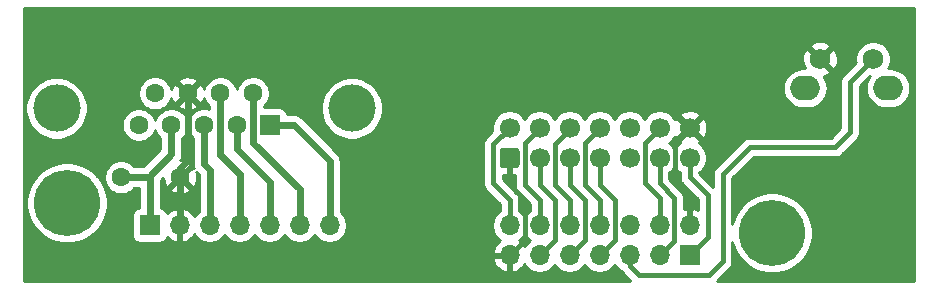
<source format=gbl>
%TF.GenerationSoftware,KiCad,Pcbnew,(5.1.12)-1*%
%TF.CreationDate,2023-01-17T22:16:04+01:00*%
%TF.ProjectId,Connectors,436f6e6e-6563-4746-9f72-732e6b696361,rev?*%
%TF.SameCoordinates,PX7065700PY5b33698*%
%TF.FileFunction,Copper,L2,Bot*%
%TF.FilePolarity,Positive*%
%FSLAX46Y46*%
G04 Gerber Fmt 4.6, Leading zero omitted, Abs format (unit mm)*
G04 Created by KiCad (PCBNEW (5.1.12)-1) date 2023-01-17 22:16:04*
%MOMM*%
%LPD*%
G01*
G04 APERTURE LIST*
%TA.AperFunction,ComponentPad*%
%ADD10O,2.500000X2.100000*%
%TD*%
%TA.AperFunction,ComponentPad*%
%ADD11C,1.750000*%
%TD*%
%TA.AperFunction,ComponentPad*%
%ADD12C,1.600000*%
%TD*%
%TA.AperFunction,ComponentPad*%
%ADD13C,4.000000*%
%TD*%
%TA.AperFunction,ComponentPad*%
%ADD14R,1.700000X1.700000*%
%TD*%
%TA.AperFunction,ComponentPad*%
%ADD15C,1.700000*%
%TD*%
%TA.AperFunction,ComponentPad*%
%ADD16O,1.700000X1.700000*%
%TD*%
%TA.AperFunction,ComponentPad*%
%ADD17C,5.600000*%
%TD*%
%TA.AperFunction,Conductor*%
%ADD18C,0.400000*%
%TD*%
%TA.AperFunction,Conductor*%
%ADD19C,0.600000*%
%TD*%
%TA.AperFunction,Conductor*%
%ADD20C,0.500000*%
%TD*%
%TA.AperFunction,Conductor*%
%ADD21C,0.254000*%
%TD*%
%TA.AperFunction,Conductor*%
%ADD22C,0.100000*%
%TD*%
G04 APERTURE END LIST*
D10*
%TO.P,SW1,*%
%TO.N,*%
X66822000Y16941000D03*
D11*
%TO.P,SW1,1*%
%TO.N,GND*%
X68072000Y19431000D03*
%TO.P,SW1,2*%
%TO.N,Net-(J13-Pad5)*%
X72572000Y19431000D03*
D10*
%TO.P,SW1,*%
%TO.N,*%
X73832000Y16941000D03*
%TD*%
D12*
%TO.P,C1,2*%
%TO.N,GND*%
X13890000Y9398000D03*
%TO.P,C1,1*%
%TO.N,VCC*%
X8890000Y9398000D03*
%TD*%
D13*
%TO.P,J15,0*%
%TO.N,N/C*%
X3429000Y15240000D03*
X28423000Y15240000D03*
D12*
%TO.P,J15,9*%
%TO.N,Net-(J15-Pad9)*%
X11768000Y16510000D03*
%TO.P,J15,8*%
%TO.N,GND*%
X14538000Y16510000D03*
%TO.P,J15,7*%
%TO.N,Net-(J14-Pad4)*%
X17308000Y16510000D03*
%TO.P,J15,6*%
%TO.N,Net-(J14-Pad6)*%
X20078000Y16510000D03*
%TO.P,J15,5*%
%TO.N,Net-(J15-Pad5)*%
X10383000Y13843000D03*
%TO.P,J15,4*%
%TO.N,VCC*%
X13153000Y13843000D03*
%TO.P,J15,3*%
%TO.N,Net-(J14-Pad3)*%
X15923000Y13843000D03*
%TO.P,J15,2*%
%TO.N,Net-(J14-Pad5)*%
X18693000Y13843000D03*
D14*
%TO.P,J15,1*%
%TO.N,Net-(J14-Pad7)*%
X21463000Y13843000D03*
%TD*%
D15*
%TO.P,J16,14*%
%TO.N,GND*%
X57023000Y13589000D03*
%TO.P,J16,12*%
%TO.N,Net-(J13-Pad4)*%
X54483000Y13589000D03*
%TO.P,J16,10*%
%TO.N,Net-(J16-Pad10)*%
X51943000Y13589000D03*
%TO.P,J16,8*%
%TO.N,Net-(J13-Pad8)*%
X49403000Y13589000D03*
%TO.P,J16,6*%
%TO.N,Net-(J13-Pad10)*%
X46863000Y13589000D03*
%TO.P,J16,4*%
%TO.N,Net-(J13-Pad12)*%
X44323000Y13589000D03*
%TO.P,J16,2*%
%TO.N,Net-(J13-Pad14)*%
X41783000Y13589000D03*
%TO.P,J16,13*%
%TO.N,Net-(J13-Pad1)*%
X57023000Y11049000D03*
%TO.P,J16,11*%
%TO.N,Net-(J13-Pad3)*%
X54483000Y11049000D03*
%TO.P,J16,9*%
%TO.N,Net-(J16-Pad9)*%
X51943000Y11049000D03*
%TO.P,J16,7*%
%TO.N,Net-(J13-Pad7)*%
X49403000Y11049000D03*
%TO.P,J16,5*%
%TO.N,Net-(J13-Pad9)*%
X46863000Y11049000D03*
%TO.P,J16,3*%
%TO.N,Net-(J13-Pad11)*%
X44323000Y11049000D03*
%TO.P,J16,1*%
%TO.N,GND*%
%TA.AperFunction,ComponentPad*%
G36*
G01*
X42383000Y10199000D02*
X41183000Y10199000D01*
G75*
G02*
X40933000Y10449000I0J250000D01*
G01*
X40933000Y11649000D01*
G75*
G02*
X41183000Y11899000I250000J0D01*
G01*
X42383000Y11899000D01*
G75*
G02*
X42633000Y11649000I0J-250000D01*
G01*
X42633000Y10449000D01*
G75*
G02*
X42383000Y10199000I-250000J0D01*
G01*
G37*
%TD.AperFunction*%
%TD*%
D16*
%TO.P,J14,7*%
%TO.N,Net-(J14-Pad7)*%
X26543000Y5334000D03*
%TO.P,J14,6*%
%TO.N,Net-(J14-Pad6)*%
X24003000Y5334000D03*
%TO.P,J14,5*%
%TO.N,Net-(J14-Pad5)*%
X21463000Y5334000D03*
%TO.P,J14,4*%
%TO.N,Net-(J14-Pad4)*%
X18923000Y5334000D03*
%TO.P,J14,3*%
%TO.N,Net-(J14-Pad3)*%
X16383000Y5334000D03*
%TO.P,J14,2*%
%TO.N,GND*%
X13843000Y5334000D03*
D14*
%TO.P,J14,1*%
%TO.N,VCC*%
X11303000Y5334000D03*
%TD*%
D16*
%TO.P,J13,14*%
%TO.N,Net-(J13-Pad14)*%
X41783000Y5334000D03*
%TO.P,J13,13*%
%TO.N,GND*%
X41783000Y2794000D03*
%TO.P,J13,12*%
%TO.N,Net-(J13-Pad12)*%
X44323000Y5334000D03*
%TO.P,J13,11*%
%TO.N,Net-(J13-Pad11)*%
X44323000Y2794000D03*
%TO.P,J13,10*%
%TO.N,Net-(J13-Pad10)*%
X46863000Y5334000D03*
%TO.P,J13,9*%
%TO.N,Net-(J13-Pad9)*%
X46863000Y2794000D03*
%TO.P,J13,8*%
%TO.N,Net-(J13-Pad8)*%
X49403000Y5334000D03*
%TO.P,J13,7*%
%TO.N,Net-(J13-Pad7)*%
X49403000Y2794000D03*
%TO.P,J13,6*%
%TO.N,Net-(J13-Pad6)*%
X51943000Y5334000D03*
%TO.P,J13,5*%
%TO.N,Net-(J13-Pad5)*%
X51943000Y2794000D03*
%TO.P,J13,4*%
%TO.N,Net-(J13-Pad4)*%
X54483000Y5334000D03*
%TO.P,J13,3*%
%TO.N,Net-(J13-Pad3)*%
X54483000Y2794000D03*
%TO.P,J13,2*%
%TO.N,GND*%
X57023000Y5334000D03*
D14*
%TO.P,J13,1*%
%TO.N,Net-(J13-Pad1)*%
X57023000Y2794000D03*
%TD*%
D17*
%TO.P,H2,1*%
%TO.N,N/C*%
X64008000Y4699000D03*
%TD*%
%TO.P,H1,1*%
%TO.N,N/C*%
X4318000Y7239000D03*
%TD*%
D18*
%TO.N,Net-(J13-Pad14)*%
X41783000Y7493000D02*
X41783000Y5334000D01*
X40386000Y8890000D02*
X41783000Y7493000D01*
X40386000Y12192000D02*
X40386000Y8890000D01*
X41783000Y13589000D02*
X40386000Y12192000D01*
%TO.N,Net-(J13-Pad12)*%
X44323000Y7493000D02*
X44323000Y5334000D01*
X43053000Y8763000D02*
X44323000Y7493000D01*
X43053000Y12319000D02*
X43053000Y8763000D01*
X44323000Y13589000D02*
X43053000Y12319000D01*
%TO.N,Net-(J13-Pad11)*%
X45593000Y4064000D02*
X44323000Y2794000D01*
X45593000Y7493000D02*
X45593000Y4064000D01*
X44323000Y8763000D02*
X45593000Y7493000D01*
X44323000Y11049000D02*
X44323000Y8763000D01*
%TO.N,Net-(J13-Pad10)*%
X46863000Y7493000D02*
X46863000Y5334000D01*
X45593000Y8763000D02*
X46863000Y7493000D01*
X45593000Y12192000D02*
X45593000Y8763000D01*
X46863000Y13462000D02*
X45593000Y12192000D01*
X46863000Y13589000D02*
X46863000Y13462000D01*
%TO.N,Net-(J13-Pad9)*%
X48133000Y4064000D02*
X46863000Y2794000D01*
X48133000Y7493000D02*
X48133000Y4064000D01*
X46863000Y8763000D02*
X48133000Y7493000D01*
X46863000Y11049000D02*
X46863000Y8763000D01*
%TO.N,Net-(J13-Pad8)*%
X49403000Y7493000D02*
X49403000Y5334000D01*
X48133000Y8763000D02*
X49403000Y7493000D01*
X48133000Y12319000D02*
X48133000Y8763000D01*
X49403000Y13589000D02*
X48133000Y12319000D01*
%TO.N,Net-(J13-Pad7)*%
X50673000Y4064000D02*
X49403000Y2794000D01*
X50673000Y7493000D02*
X50673000Y4064000D01*
X49403000Y8763000D02*
X50673000Y7493000D01*
X49403000Y11049000D02*
X49403000Y8763000D01*
%TO.N,Net-(J13-Pad5)*%
X51943000Y2794000D02*
X51943000Y1905000D01*
X51943000Y1905000D02*
X52705000Y1143000D01*
X52705000Y1143000D02*
X58674000Y1143000D01*
X58674000Y1143000D02*
X59817000Y2286000D01*
X59817000Y2286000D02*
X59817000Y9652000D01*
X59817000Y9652000D02*
X62103000Y11938000D01*
X62103000Y11938000D02*
X69342000Y11938000D01*
X69342000Y11938000D02*
X70612000Y13208000D01*
X70612000Y17471000D02*
X72572000Y19431000D01*
X70612000Y13208000D02*
X70612000Y17471000D01*
%TO.N,Net-(J13-Pad4)*%
X54483000Y7620000D02*
X54483000Y5334000D01*
X53213000Y8890000D02*
X54483000Y7620000D01*
X53213000Y12319000D02*
X53213000Y8890000D01*
X54483000Y13589000D02*
X53213000Y12319000D01*
%TO.N,Net-(J13-Pad3)*%
X55733001Y4044001D02*
X54483000Y2794000D01*
X55733001Y7639999D02*
X55733001Y4044001D01*
X54483000Y8890000D02*
X55733001Y7639999D01*
X54483000Y11049000D02*
X54483000Y8890000D01*
%TO.N,Net-(J13-Pad1)*%
X57023000Y11049000D02*
X57023000Y9398000D01*
X57023000Y9398000D02*
X58547000Y7874000D01*
X58547000Y4318000D02*
X57023000Y2794000D01*
X58547000Y7874000D02*
X58547000Y4318000D01*
D19*
%TO.N,Net-(J14-Pad7)*%
X21463000Y13843000D02*
X23495000Y13843000D01*
X26543000Y10795000D02*
X26543000Y5334000D01*
X23495000Y13843000D02*
X26543000Y10795000D01*
%TO.N,Net-(J14-Pad6)*%
X20078000Y16510000D02*
X20078000Y12307000D01*
X24003000Y8382000D02*
X24003000Y5334000D01*
X20078000Y12307000D02*
X24003000Y8382000D01*
%TO.N,Net-(J14-Pad5)*%
X18693000Y13843000D02*
X18693000Y11787000D01*
X21463000Y9017000D02*
X21463000Y5334000D01*
X18693000Y11787000D02*
X21463000Y9017000D01*
%TO.N,Net-(J14-Pad4)*%
X18923000Y9652000D02*
X18923000Y5334000D01*
X17308000Y11267000D02*
X18923000Y9652000D01*
X17308000Y16510000D02*
X17308000Y11267000D01*
%TO.N,Net-(J14-Pad3)*%
X16383000Y5334000D02*
X16383000Y10033000D01*
X15923000Y10493000D02*
X15923000Y13843000D01*
X16383000Y10033000D02*
X15923000Y10493000D01*
D20*
%TO.N,GND*%
X42037000Y2667000D02*
X42037000Y2921000D01*
D18*
X41783000Y11049000D02*
X41783000Y8763000D01*
X41783000Y8763000D02*
X43053000Y7493000D01*
X43053000Y4064000D02*
X41783000Y2794000D01*
X43053000Y7493000D02*
X43053000Y4064000D01*
X57023000Y7620000D02*
X57023000Y5334000D01*
X55753000Y8890000D02*
X57023000Y7620000D01*
X55753000Y12319000D02*
X55753000Y8890000D01*
X57023000Y13589000D02*
X55753000Y12319000D01*
D19*
X14538000Y16510000D02*
X14538000Y10855000D01*
X13843000Y10160000D02*
X13843000Y5334000D01*
X14538000Y10855000D02*
X13843000Y10160000D01*
%TO.N,VCC*%
X11176000Y9398000D02*
X11303000Y9525000D01*
X8890000Y9398000D02*
X11176000Y9398000D01*
X11303000Y5334000D02*
X11303000Y9525000D01*
X13153000Y11375000D02*
X13153000Y13843000D01*
X11303000Y9525000D02*
X13153000Y11375000D01*
%TD*%
D21*
%TO.N,GND*%
X76048001Y660000D02*
X59371867Y660000D01*
X60378428Y1666560D01*
X60410291Y1692709D01*
X60514636Y1819854D01*
X60592172Y1964913D01*
X60639918Y2122311D01*
X60652000Y2244981D01*
X60652000Y2244982D01*
X60656040Y2285999D01*
X60652000Y2327018D01*
X60652000Y3963525D01*
X60705006Y3697048D01*
X60963943Y3071918D01*
X61339862Y2509315D01*
X61818315Y2030862D01*
X62380918Y1654943D01*
X63006048Y1396006D01*
X63669682Y1264000D01*
X64346318Y1264000D01*
X65009952Y1396006D01*
X65635082Y1654943D01*
X66197685Y2030862D01*
X66676138Y2509315D01*
X67052057Y3071918D01*
X67310994Y3697048D01*
X67443000Y4360682D01*
X67443000Y5037318D01*
X67310994Y5700952D01*
X67052057Y6326082D01*
X66676138Y6888685D01*
X66197685Y7367138D01*
X65635082Y7743057D01*
X65009952Y8001994D01*
X64346318Y8134000D01*
X63669682Y8134000D01*
X63006048Y8001994D01*
X62380918Y7743057D01*
X61818315Y7367138D01*
X61339862Y6888685D01*
X60963943Y6326082D01*
X60705006Y5700952D01*
X60652000Y5434475D01*
X60652000Y9306133D01*
X62448868Y11103000D01*
X69300982Y11103000D01*
X69342000Y11098960D01*
X69383018Y11103000D01*
X69383019Y11103000D01*
X69505689Y11115082D01*
X69663087Y11162828D01*
X69808146Y11240364D01*
X69935291Y11344709D01*
X69961446Y11376579D01*
X71173428Y12588560D01*
X71205291Y12614709D01*
X71309636Y12741854D01*
X71387172Y12886913D01*
X71434918Y13044311D01*
X71447000Y13166981D01*
X71447000Y13166983D01*
X71451040Y13207999D01*
X71447000Y13249015D01*
X71447000Y17125133D01*
X72272800Y17950932D01*
X72279885Y17949523D01*
X72224196Y17881665D01*
X72067732Y17588941D01*
X71971381Y17271318D01*
X71938848Y16941000D01*
X71971381Y16610682D01*
X72067732Y16293059D01*
X72224196Y16000335D01*
X72434761Y15743761D01*
X72691335Y15533196D01*
X72984059Y15376732D01*
X73301682Y15280381D01*
X73549230Y15256000D01*
X74114770Y15256000D01*
X74362318Y15280381D01*
X74679941Y15376732D01*
X74972665Y15533196D01*
X75229239Y15743761D01*
X75439804Y16000335D01*
X75596268Y16293059D01*
X75692619Y16610682D01*
X75725152Y16941000D01*
X75692619Y17271318D01*
X75596268Y17588941D01*
X75439804Y17881665D01*
X75229239Y18138239D01*
X74972665Y18348804D01*
X74679941Y18505268D01*
X74362318Y18601619D01*
X74114770Y18626000D01*
X73850177Y18626000D01*
X73910144Y18715747D01*
X74023971Y18990549D01*
X74082000Y19282278D01*
X74082000Y19579722D01*
X74023971Y19871451D01*
X73910144Y20146253D01*
X73744893Y20393569D01*
X73534569Y20603893D01*
X73287253Y20769144D01*
X73012451Y20882971D01*
X72720722Y20941000D01*
X72423278Y20941000D01*
X72131549Y20882971D01*
X71856747Y20769144D01*
X71609431Y20603893D01*
X71399107Y20393569D01*
X71233856Y20146253D01*
X71120029Y19871451D01*
X71062000Y19579722D01*
X71062000Y19282278D01*
X71091932Y19131800D01*
X70050574Y18090441D01*
X70018710Y18064291D01*
X69937907Y17965832D01*
X69914364Y17937145D01*
X69836828Y17792086D01*
X69789082Y17634688D01*
X69772960Y17471000D01*
X69777001Y17429972D01*
X69777000Y13553868D01*
X68996133Y12773000D01*
X62144018Y12773000D01*
X62102999Y12777040D01*
X62061981Y12773000D01*
X61939311Y12760918D01*
X61781913Y12713172D01*
X61636854Y12635636D01*
X61509709Y12531291D01*
X61483561Y12499429D01*
X59255574Y10271441D01*
X59223710Y10245291D01*
X59197562Y10213429D01*
X59119364Y10118145D01*
X59041828Y9973086D01*
X58994082Y9815688D01*
X58977960Y9652000D01*
X58982001Y9610972D01*
X58982001Y8619867D01*
X57858000Y9743867D01*
X57858000Y9820935D01*
X57969632Y9895525D01*
X58176475Y10102368D01*
X58338990Y10345589D01*
X58450932Y10615842D01*
X58508000Y10902740D01*
X58508000Y11195260D01*
X58450932Y11482158D01*
X58338990Y11752411D01*
X58176475Y11995632D01*
X57969632Y12202475D01*
X57796271Y12318311D01*
X57871792Y12560603D01*
X57023000Y13409395D01*
X56174208Y12560603D01*
X56249729Y12318311D01*
X56076368Y12202475D01*
X55869525Y11995632D01*
X55753000Y11821240D01*
X55636475Y11995632D01*
X55429632Y12202475D01*
X55255240Y12319000D01*
X55429632Y12435525D01*
X55636475Y12642368D01*
X55752311Y12815729D01*
X55994603Y12740208D01*
X56843395Y13589000D01*
X57202605Y13589000D01*
X58051397Y12740208D01*
X58300472Y12817843D01*
X58426371Y13081883D01*
X58498339Y13365411D01*
X58513611Y13657531D01*
X58471599Y13947019D01*
X58373919Y14222747D01*
X58300472Y14360157D01*
X58051397Y14437792D01*
X57202605Y13589000D01*
X56843395Y13589000D01*
X55994603Y14437792D01*
X55752311Y14362271D01*
X55636475Y14535632D01*
X55554710Y14617397D01*
X56174208Y14617397D01*
X57023000Y13768605D01*
X57871792Y14617397D01*
X57794157Y14866472D01*
X57530117Y14992371D01*
X57246589Y15064339D01*
X56954469Y15079611D01*
X56664981Y15037599D01*
X56389253Y14939919D01*
X56251843Y14866472D01*
X56174208Y14617397D01*
X55554710Y14617397D01*
X55429632Y14742475D01*
X55186411Y14904990D01*
X54916158Y15016932D01*
X54629260Y15074000D01*
X54336740Y15074000D01*
X54049842Y15016932D01*
X53779589Y14904990D01*
X53536368Y14742475D01*
X53329525Y14535632D01*
X53213000Y14361240D01*
X53096475Y14535632D01*
X52889632Y14742475D01*
X52646411Y14904990D01*
X52376158Y15016932D01*
X52089260Y15074000D01*
X51796740Y15074000D01*
X51509842Y15016932D01*
X51239589Y14904990D01*
X50996368Y14742475D01*
X50789525Y14535632D01*
X50673000Y14361240D01*
X50556475Y14535632D01*
X50349632Y14742475D01*
X50106411Y14904990D01*
X49836158Y15016932D01*
X49549260Y15074000D01*
X49256740Y15074000D01*
X48969842Y15016932D01*
X48699589Y14904990D01*
X48456368Y14742475D01*
X48249525Y14535632D01*
X48133000Y14361240D01*
X48016475Y14535632D01*
X47809632Y14742475D01*
X47566411Y14904990D01*
X47296158Y15016932D01*
X47009260Y15074000D01*
X46716740Y15074000D01*
X46429842Y15016932D01*
X46159589Y14904990D01*
X45916368Y14742475D01*
X45709525Y14535632D01*
X45593000Y14361240D01*
X45476475Y14535632D01*
X45269632Y14742475D01*
X45026411Y14904990D01*
X44756158Y15016932D01*
X44469260Y15074000D01*
X44176740Y15074000D01*
X43889842Y15016932D01*
X43619589Y14904990D01*
X43376368Y14742475D01*
X43169525Y14535632D01*
X43053000Y14361240D01*
X42936475Y14535632D01*
X42729632Y14742475D01*
X42486411Y14904990D01*
X42216158Y15016932D01*
X41929260Y15074000D01*
X41636740Y15074000D01*
X41349842Y15016932D01*
X41079589Y14904990D01*
X40836368Y14742475D01*
X40629525Y14535632D01*
X40467010Y14292411D01*
X40355068Y14022158D01*
X40298000Y13735260D01*
X40298000Y13442740D01*
X40324193Y13311060D01*
X39824579Y12811446D01*
X39792709Y12785291D01*
X39695254Y12666540D01*
X39688364Y12658145D01*
X39610828Y12513086D01*
X39563082Y12355688D01*
X39546960Y12192000D01*
X39551000Y12150981D01*
X39551001Y8931028D01*
X39546960Y8890000D01*
X39563082Y8726312D01*
X39610828Y8568914D01*
X39688364Y8423855D01*
X39688365Y8423854D01*
X39792710Y8296709D01*
X39824574Y8270559D01*
X40948000Y7147132D01*
X40948000Y6562065D01*
X40836368Y6487475D01*
X40629525Y6280632D01*
X40467010Y6037411D01*
X40355068Y5767158D01*
X40298000Y5480260D01*
X40298000Y5187740D01*
X40355068Y4900842D01*
X40467010Y4630589D01*
X40629525Y4387368D01*
X40836368Y4180525D01*
X41012406Y4062900D01*
X40782731Y3891588D01*
X40587822Y3675355D01*
X40438843Y3425252D01*
X40341519Y3150891D01*
X40462186Y2921000D01*
X41656000Y2921000D01*
X41656000Y2941000D01*
X41910000Y2941000D01*
X41910000Y2921000D01*
X41930000Y2921000D01*
X41930000Y2667000D01*
X41910000Y2667000D01*
X41910000Y1473845D01*
X42139890Y1352524D01*
X42287099Y1397175D01*
X42549920Y1522359D01*
X42783269Y1696412D01*
X42978178Y1912645D01*
X43047805Y2029534D01*
X43169525Y1847368D01*
X43376368Y1640525D01*
X43619589Y1478010D01*
X43889842Y1366068D01*
X44176740Y1309000D01*
X44469260Y1309000D01*
X44756158Y1366068D01*
X45026411Y1478010D01*
X45269632Y1640525D01*
X45476475Y1847368D01*
X45593000Y2021760D01*
X45709525Y1847368D01*
X45916368Y1640525D01*
X46159589Y1478010D01*
X46429842Y1366068D01*
X46716740Y1309000D01*
X47009260Y1309000D01*
X47296158Y1366068D01*
X47566411Y1478010D01*
X47809632Y1640525D01*
X48016475Y1847368D01*
X48133000Y2021760D01*
X48249525Y1847368D01*
X48456368Y1640525D01*
X48699589Y1478010D01*
X48969842Y1366068D01*
X49256740Y1309000D01*
X49549260Y1309000D01*
X49836158Y1366068D01*
X50106411Y1478010D01*
X50349632Y1640525D01*
X50556475Y1847368D01*
X50673000Y2021760D01*
X50789525Y1847368D01*
X50996368Y1640525D01*
X51216016Y1493761D01*
X51241032Y1446960D01*
X51245365Y1438854D01*
X51349710Y1311709D01*
X51381574Y1285559D01*
X52007131Y660000D01*
X660000Y660000D01*
X660000Y2437109D01*
X40341519Y2437109D01*
X40438843Y2162748D01*
X40587822Y1912645D01*
X40782731Y1696412D01*
X41016080Y1522359D01*
X41278901Y1397175D01*
X41426110Y1352524D01*
X41656000Y1473845D01*
X41656000Y2667000D01*
X40462186Y2667000D01*
X40341519Y2437109D01*
X660000Y2437109D01*
X660000Y7577318D01*
X883000Y7577318D01*
X883000Y6900682D01*
X1015006Y6237048D01*
X1273943Y5611918D01*
X1649862Y5049315D01*
X2128315Y4570862D01*
X2690918Y4194943D01*
X3316048Y3936006D01*
X3979682Y3804000D01*
X4656318Y3804000D01*
X5319952Y3936006D01*
X5945082Y4194943D01*
X6507685Y4570862D01*
X6986138Y5049315D01*
X7362057Y5611918D01*
X7620994Y6237048D01*
X7753000Y6900682D01*
X7753000Y7577318D01*
X7620994Y8240952D01*
X7362057Y8866082D01*
X6986138Y9428685D01*
X6875488Y9539335D01*
X7455000Y9539335D01*
X7455000Y9256665D01*
X7510147Y8979426D01*
X7618320Y8718273D01*
X7775363Y8483241D01*
X7975241Y8283363D01*
X8210273Y8126320D01*
X8471426Y8018147D01*
X8748665Y7963000D01*
X9031335Y7963000D01*
X9308574Y8018147D01*
X9569727Y8126320D01*
X9804759Y8283363D01*
X9984396Y8463000D01*
X10368001Y8463000D01*
X10368000Y6813701D01*
X10328518Y6809812D01*
X10208820Y6773502D01*
X10098506Y6714537D01*
X10001815Y6635185D01*
X9922463Y6538494D01*
X9863498Y6428180D01*
X9827188Y6308482D01*
X9814928Y6184000D01*
X9814928Y4484000D01*
X9827188Y4359518D01*
X9863498Y4239820D01*
X9922463Y4129506D01*
X10001815Y4032815D01*
X10098506Y3953463D01*
X10208820Y3894498D01*
X10328518Y3858188D01*
X10453000Y3845928D01*
X12153000Y3845928D01*
X12277482Y3858188D01*
X12397180Y3894498D01*
X12507494Y3953463D01*
X12604185Y4032815D01*
X12683537Y4129506D01*
X12742502Y4239820D01*
X12766966Y4320466D01*
X12842731Y4236412D01*
X13076080Y4062359D01*
X13338901Y3937175D01*
X13486110Y3892524D01*
X13716000Y4013845D01*
X13716000Y5207000D01*
X13696000Y5207000D01*
X13696000Y5461000D01*
X13716000Y5461000D01*
X13716000Y6654155D01*
X13486110Y6775476D01*
X13338901Y6730825D01*
X13076080Y6605641D01*
X12842731Y6431588D01*
X12766966Y6347534D01*
X12742502Y6428180D01*
X12683537Y6538494D01*
X12604185Y6635185D01*
X12507494Y6714537D01*
X12397180Y6773502D01*
X12277482Y6809812D01*
X12238000Y6813701D01*
X12238000Y8405298D01*
X13076903Y8405298D01*
X13148486Y8161329D01*
X13403996Y8040429D01*
X13678184Y7971700D01*
X13960512Y7957783D01*
X14240130Y7999213D01*
X14506292Y8094397D01*
X14631514Y8161329D01*
X14703097Y8405298D01*
X13890000Y9218395D01*
X13076903Y8405298D01*
X12238000Y8405298D01*
X12238000Y9137711D01*
X12450924Y9350635D01*
X12449783Y9327488D01*
X12491213Y9047870D01*
X12586397Y8781708D01*
X12653329Y8656486D01*
X12897298Y8584903D01*
X13710395Y9398000D01*
X13696253Y9412142D01*
X13875858Y9591747D01*
X13890000Y9577605D01*
X14703097Y10390702D01*
X14631514Y10634671D01*
X14376004Y10755571D01*
X14101816Y10824300D01*
X13918044Y10833359D01*
X13934186Y10853028D01*
X14021007Y11015460D01*
X14064347Y11158334D01*
X14074471Y11191707D01*
X14092524Y11374999D01*
X14088000Y11420931D01*
X14088000Y12748604D01*
X14267637Y12928241D01*
X14424680Y13163273D01*
X14532853Y13424426D01*
X14538000Y13450301D01*
X14543147Y13424426D01*
X14651320Y13163273D01*
X14808363Y12928241D01*
X14988001Y12748603D01*
X14988000Y10538932D01*
X14983476Y10493000D01*
X14988000Y10447069D01*
X15001529Y10309709D01*
X15045974Y10163191D01*
X14882702Y10211097D01*
X14069605Y9398000D01*
X14882702Y8584903D01*
X15126671Y8656486D01*
X15247571Y8911996D01*
X15316300Y9186184D01*
X15330217Y9468512D01*
X15288787Y9748130D01*
X15260544Y9827107D01*
X15294341Y9799370D01*
X15448001Y9645710D01*
X15448000Y6495247D01*
X15436368Y6487475D01*
X15229525Y6280632D01*
X15107805Y6098466D01*
X15038178Y6215355D01*
X14843269Y6431588D01*
X14609920Y6605641D01*
X14347099Y6730825D01*
X14199890Y6775476D01*
X13970000Y6654155D01*
X13970000Y5461000D01*
X13990000Y5461000D01*
X13990000Y5207000D01*
X13970000Y5207000D01*
X13970000Y4013845D01*
X14199890Y3892524D01*
X14347099Y3937175D01*
X14609920Y4062359D01*
X14843269Y4236412D01*
X15038178Y4452645D01*
X15107805Y4569534D01*
X15229525Y4387368D01*
X15436368Y4180525D01*
X15679589Y4018010D01*
X15949842Y3906068D01*
X16236740Y3849000D01*
X16529260Y3849000D01*
X16816158Y3906068D01*
X17086411Y4018010D01*
X17329632Y4180525D01*
X17536475Y4387368D01*
X17653000Y4561760D01*
X17769525Y4387368D01*
X17976368Y4180525D01*
X18219589Y4018010D01*
X18489842Y3906068D01*
X18776740Y3849000D01*
X19069260Y3849000D01*
X19356158Y3906068D01*
X19626411Y4018010D01*
X19869632Y4180525D01*
X20076475Y4387368D01*
X20193000Y4561760D01*
X20309525Y4387368D01*
X20516368Y4180525D01*
X20759589Y4018010D01*
X21029842Y3906068D01*
X21316740Y3849000D01*
X21609260Y3849000D01*
X21896158Y3906068D01*
X22166411Y4018010D01*
X22409632Y4180525D01*
X22616475Y4387368D01*
X22733000Y4561760D01*
X22849525Y4387368D01*
X23056368Y4180525D01*
X23299589Y4018010D01*
X23569842Y3906068D01*
X23856740Y3849000D01*
X24149260Y3849000D01*
X24436158Y3906068D01*
X24706411Y4018010D01*
X24949632Y4180525D01*
X25156475Y4387368D01*
X25273000Y4561760D01*
X25389525Y4387368D01*
X25596368Y4180525D01*
X25839589Y4018010D01*
X26109842Y3906068D01*
X26396740Y3849000D01*
X26689260Y3849000D01*
X26976158Y3906068D01*
X27246411Y4018010D01*
X27489632Y4180525D01*
X27696475Y4387368D01*
X27858990Y4630589D01*
X27970932Y4900842D01*
X28028000Y5187740D01*
X28028000Y5480260D01*
X27970932Y5767158D01*
X27858990Y6037411D01*
X27696475Y6280632D01*
X27489632Y6487475D01*
X27478000Y6495247D01*
X27478000Y10749068D01*
X27482524Y10795000D01*
X27464471Y10978292D01*
X27456122Y11005814D01*
X27411007Y11154540D01*
X27324186Y11316972D01*
X27207344Y11459344D01*
X27171660Y11488629D01*
X24188630Y14471659D01*
X24159344Y14507344D01*
X24016972Y14624186D01*
X23854540Y14711007D01*
X23678292Y14764471D01*
X23540932Y14778000D01*
X23495000Y14782524D01*
X23449068Y14778000D01*
X22942701Y14778000D01*
X22938812Y14817482D01*
X22902502Y14937180D01*
X22843537Y15047494D01*
X22764185Y15144185D01*
X22667494Y15223537D01*
X22557180Y15282502D01*
X22437482Y15318812D01*
X22313000Y15331072D01*
X21013000Y15331072D01*
X21013000Y15415604D01*
X21096921Y15499525D01*
X25788000Y15499525D01*
X25788000Y14980475D01*
X25889261Y14471399D01*
X26087893Y13991859D01*
X26376262Y13560285D01*
X26743285Y13193262D01*
X27174859Y12904893D01*
X27654399Y12706261D01*
X28163475Y12605000D01*
X28682525Y12605000D01*
X29191601Y12706261D01*
X29671141Y12904893D01*
X30102715Y13193262D01*
X30469738Y13560285D01*
X30758107Y13991859D01*
X30956739Y14471399D01*
X31058000Y14980475D01*
X31058000Y15499525D01*
X30956739Y16008601D01*
X30758107Y16488141D01*
X30469738Y16919715D01*
X30448453Y16941000D01*
X64928848Y16941000D01*
X64961381Y16610682D01*
X65057732Y16293059D01*
X65214196Y16000335D01*
X65424761Y15743761D01*
X65681335Y15533196D01*
X65974059Y15376732D01*
X66291682Y15280381D01*
X66539230Y15256000D01*
X67104770Y15256000D01*
X67352318Y15280381D01*
X67669941Y15376732D01*
X67962665Y15533196D01*
X68219239Y15743761D01*
X68429804Y16000335D01*
X68586268Y16293059D01*
X68682619Y16610682D01*
X68715152Y16941000D01*
X68682619Y17271318D01*
X68586268Y17588941D01*
X68429804Y17881665D01*
X68374572Y17948966D01*
X68433963Y17957499D01*
X68714474Y18056428D01*
X68857975Y18133132D01*
X68938635Y18384760D01*
X68072000Y19251395D01*
X68057858Y19237252D01*
X67878253Y19416857D01*
X67892395Y19431000D01*
X68251605Y19431000D01*
X69118240Y18564365D01*
X69369868Y18645025D01*
X69498267Y18913329D01*
X69571855Y19201526D01*
X69587804Y19498543D01*
X69545501Y19792963D01*
X69446572Y20073474D01*
X69369868Y20216975D01*
X69118240Y20297635D01*
X68251605Y19431000D01*
X67892395Y19431000D01*
X67025760Y20297635D01*
X66774132Y20216975D01*
X66645733Y19948671D01*
X66572145Y19660474D01*
X66556196Y19363457D01*
X66598499Y19069037D01*
X66697428Y18788526D01*
X66774132Y18645025D01*
X66833483Y18626000D01*
X66539230Y18626000D01*
X66291682Y18601619D01*
X65974059Y18505268D01*
X65681335Y18348804D01*
X65424761Y18138239D01*
X65214196Y17881665D01*
X65057732Y17588941D01*
X64961381Y17271318D01*
X64928848Y16941000D01*
X30448453Y16941000D01*
X30102715Y17286738D01*
X29671141Y17575107D01*
X29191601Y17773739D01*
X28682525Y17875000D01*
X28163475Y17875000D01*
X27654399Y17773739D01*
X27174859Y17575107D01*
X26743285Y17286738D01*
X26376262Y16919715D01*
X26087893Y16488141D01*
X25889261Y16008601D01*
X25788000Y15499525D01*
X21096921Y15499525D01*
X21192637Y15595241D01*
X21349680Y15830273D01*
X21457853Y16091426D01*
X21513000Y16368665D01*
X21513000Y16651335D01*
X21457853Y16928574D01*
X21349680Y17189727D01*
X21192637Y17424759D01*
X20992759Y17624637D01*
X20757727Y17781680D01*
X20496574Y17889853D01*
X20219335Y17945000D01*
X19936665Y17945000D01*
X19659426Y17889853D01*
X19398273Y17781680D01*
X19163241Y17624637D01*
X18963363Y17424759D01*
X18806320Y17189727D01*
X18698147Y16928574D01*
X18693000Y16902699D01*
X18687853Y16928574D01*
X18579680Y17189727D01*
X18422637Y17424759D01*
X18222759Y17624637D01*
X17987727Y17781680D01*
X17726574Y17889853D01*
X17449335Y17945000D01*
X17166665Y17945000D01*
X16889426Y17889853D01*
X16628273Y17781680D01*
X16393241Y17624637D01*
X16193363Y17424759D01*
X16036320Y17189727D01*
X15928147Y16928574D01*
X15922487Y16900118D01*
X15841603Y17126292D01*
X15774671Y17251514D01*
X15530702Y17323097D01*
X14717605Y16510000D01*
X15530702Y15696903D01*
X15774671Y15768486D01*
X15895571Y16023996D01*
X15921212Y16126289D01*
X15928147Y16091426D01*
X16036320Y15830273D01*
X16193363Y15595241D01*
X16373000Y15415604D01*
X16373000Y15209836D01*
X16341574Y15222853D01*
X16064335Y15278000D01*
X15781665Y15278000D01*
X15504426Y15222853D01*
X15243273Y15114680D01*
X15008241Y14957637D01*
X14808363Y14757759D01*
X14651320Y14522727D01*
X14543147Y14261574D01*
X14538000Y14235699D01*
X14532853Y14261574D01*
X14424680Y14522727D01*
X14267637Y14757759D01*
X14067759Y14957637D01*
X13832727Y15114680D01*
X13571574Y15222853D01*
X13294335Y15278000D01*
X13011665Y15278000D01*
X12734426Y15222853D01*
X12473273Y15114680D01*
X12238241Y14957637D01*
X12038363Y14757759D01*
X11881320Y14522727D01*
X11773147Y14261574D01*
X11768000Y14235699D01*
X11762853Y14261574D01*
X11654680Y14522727D01*
X11497637Y14757759D01*
X11297759Y14957637D01*
X11062727Y15114680D01*
X10801574Y15222853D01*
X10524335Y15278000D01*
X10241665Y15278000D01*
X9964426Y15222853D01*
X9703273Y15114680D01*
X9468241Y14957637D01*
X9268363Y14757759D01*
X9111320Y14522727D01*
X9003147Y14261574D01*
X8948000Y13984335D01*
X8948000Y13701665D01*
X9003147Y13424426D01*
X9111320Y13163273D01*
X9268363Y12928241D01*
X9468241Y12728363D01*
X9703273Y12571320D01*
X9964426Y12463147D01*
X10241665Y12408000D01*
X10524335Y12408000D01*
X10801574Y12463147D01*
X11062727Y12571320D01*
X11297759Y12728363D01*
X11497637Y12928241D01*
X11654680Y13163273D01*
X11762853Y13424426D01*
X11768000Y13450301D01*
X11773147Y13424426D01*
X11881320Y13163273D01*
X12038363Y12928241D01*
X12218001Y12748603D01*
X12218000Y11762290D01*
X10788711Y10333000D01*
X9984396Y10333000D01*
X9804759Y10512637D01*
X9569727Y10669680D01*
X9308574Y10777853D01*
X9031335Y10833000D01*
X8748665Y10833000D01*
X8471426Y10777853D01*
X8210273Y10669680D01*
X7975241Y10512637D01*
X7775363Y10312759D01*
X7618320Y10077727D01*
X7510147Y9816574D01*
X7455000Y9539335D01*
X6875488Y9539335D01*
X6507685Y9907138D01*
X5945082Y10283057D01*
X5319952Y10541994D01*
X4656318Y10674000D01*
X3979682Y10674000D01*
X3316048Y10541994D01*
X2690918Y10283057D01*
X2128315Y9907138D01*
X1649862Y9428685D01*
X1273943Y8866082D01*
X1015006Y8240952D01*
X883000Y7577318D01*
X660000Y7577318D01*
X660000Y15499525D01*
X794000Y15499525D01*
X794000Y14980475D01*
X895261Y14471399D01*
X1093893Y13991859D01*
X1382262Y13560285D01*
X1749285Y13193262D01*
X2180859Y12904893D01*
X2660399Y12706261D01*
X3169475Y12605000D01*
X3688525Y12605000D01*
X4197601Y12706261D01*
X4677141Y12904893D01*
X5108715Y13193262D01*
X5475738Y13560285D01*
X5764107Y13991859D01*
X5962739Y14471399D01*
X6064000Y14980475D01*
X6064000Y15499525D01*
X5962739Y16008601D01*
X5764107Y16488141D01*
X5655065Y16651335D01*
X10333000Y16651335D01*
X10333000Y16368665D01*
X10388147Y16091426D01*
X10496320Y15830273D01*
X10653363Y15595241D01*
X10853241Y15395363D01*
X11088273Y15238320D01*
X11349426Y15130147D01*
X11626665Y15075000D01*
X11909335Y15075000D01*
X12186574Y15130147D01*
X12447727Y15238320D01*
X12682759Y15395363D01*
X12804694Y15517298D01*
X13724903Y15517298D01*
X13796486Y15273329D01*
X14051996Y15152429D01*
X14326184Y15083700D01*
X14608512Y15069783D01*
X14888130Y15111213D01*
X15154292Y15206397D01*
X15279514Y15273329D01*
X15351097Y15517298D01*
X14538000Y16330395D01*
X13724903Y15517298D01*
X12804694Y15517298D01*
X12882637Y15595241D01*
X13039680Y15830273D01*
X13147853Y16091426D01*
X13153513Y16119882D01*
X13234397Y15893708D01*
X13301329Y15768486D01*
X13545298Y15696903D01*
X14358395Y16510000D01*
X13545298Y17323097D01*
X13301329Y17251514D01*
X13180429Y16996004D01*
X13154788Y16893711D01*
X13147853Y16928574D01*
X13039680Y17189727D01*
X12882637Y17424759D01*
X12804694Y17502702D01*
X13724903Y17502702D01*
X14538000Y16689605D01*
X15351097Y17502702D01*
X15279514Y17746671D01*
X15024004Y17867571D01*
X14749816Y17936300D01*
X14467488Y17950217D01*
X14187870Y17908787D01*
X13921708Y17813603D01*
X13796486Y17746671D01*
X13724903Y17502702D01*
X12804694Y17502702D01*
X12682759Y17624637D01*
X12447727Y17781680D01*
X12186574Y17889853D01*
X11909335Y17945000D01*
X11626665Y17945000D01*
X11349426Y17889853D01*
X11088273Y17781680D01*
X10853241Y17624637D01*
X10653363Y17424759D01*
X10496320Y17189727D01*
X10388147Y16928574D01*
X10333000Y16651335D01*
X5655065Y16651335D01*
X5475738Y16919715D01*
X5108715Y17286738D01*
X4677141Y17575107D01*
X4197601Y17773739D01*
X3688525Y17875000D01*
X3169475Y17875000D01*
X2660399Y17773739D01*
X2180859Y17575107D01*
X1749285Y17286738D01*
X1382262Y16919715D01*
X1093893Y16488141D01*
X895261Y16008601D01*
X794000Y15499525D01*
X660000Y15499525D01*
X660000Y20477240D01*
X67205365Y20477240D01*
X68072000Y19610605D01*
X68938635Y20477240D01*
X68857975Y20728868D01*
X68589671Y20857267D01*
X68301474Y20930855D01*
X68004457Y20946804D01*
X67710037Y20904501D01*
X67429526Y20805572D01*
X67286025Y20728868D01*
X67205365Y20477240D01*
X660000Y20477240D01*
X660000Y23724000D01*
X76048000Y23724000D01*
X76048001Y660000D01*
%TA.AperFunction,Conductor*%
D22*
G36*
X76048001Y660000D02*
G01*
X59371867Y660000D01*
X60378428Y1666560D01*
X60410291Y1692709D01*
X60514636Y1819854D01*
X60592172Y1964913D01*
X60639918Y2122311D01*
X60652000Y2244981D01*
X60652000Y2244982D01*
X60656040Y2285999D01*
X60652000Y2327018D01*
X60652000Y3963525D01*
X60705006Y3697048D01*
X60963943Y3071918D01*
X61339862Y2509315D01*
X61818315Y2030862D01*
X62380918Y1654943D01*
X63006048Y1396006D01*
X63669682Y1264000D01*
X64346318Y1264000D01*
X65009952Y1396006D01*
X65635082Y1654943D01*
X66197685Y2030862D01*
X66676138Y2509315D01*
X67052057Y3071918D01*
X67310994Y3697048D01*
X67443000Y4360682D01*
X67443000Y5037318D01*
X67310994Y5700952D01*
X67052057Y6326082D01*
X66676138Y6888685D01*
X66197685Y7367138D01*
X65635082Y7743057D01*
X65009952Y8001994D01*
X64346318Y8134000D01*
X63669682Y8134000D01*
X63006048Y8001994D01*
X62380918Y7743057D01*
X61818315Y7367138D01*
X61339862Y6888685D01*
X60963943Y6326082D01*
X60705006Y5700952D01*
X60652000Y5434475D01*
X60652000Y9306133D01*
X62448868Y11103000D01*
X69300982Y11103000D01*
X69342000Y11098960D01*
X69383018Y11103000D01*
X69383019Y11103000D01*
X69505689Y11115082D01*
X69663087Y11162828D01*
X69808146Y11240364D01*
X69935291Y11344709D01*
X69961446Y11376579D01*
X71173428Y12588560D01*
X71205291Y12614709D01*
X71309636Y12741854D01*
X71387172Y12886913D01*
X71434918Y13044311D01*
X71447000Y13166981D01*
X71447000Y13166983D01*
X71451040Y13207999D01*
X71447000Y13249015D01*
X71447000Y17125133D01*
X72272800Y17950932D01*
X72279885Y17949523D01*
X72224196Y17881665D01*
X72067732Y17588941D01*
X71971381Y17271318D01*
X71938848Y16941000D01*
X71971381Y16610682D01*
X72067732Y16293059D01*
X72224196Y16000335D01*
X72434761Y15743761D01*
X72691335Y15533196D01*
X72984059Y15376732D01*
X73301682Y15280381D01*
X73549230Y15256000D01*
X74114770Y15256000D01*
X74362318Y15280381D01*
X74679941Y15376732D01*
X74972665Y15533196D01*
X75229239Y15743761D01*
X75439804Y16000335D01*
X75596268Y16293059D01*
X75692619Y16610682D01*
X75725152Y16941000D01*
X75692619Y17271318D01*
X75596268Y17588941D01*
X75439804Y17881665D01*
X75229239Y18138239D01*
X74972665Y18348804D01*
X74679941Y18505268D01*
X74362318Y18601619D01*
X74114770Y18626000D01*
X73850177Y18626000D01*
X73910144Y18715747D01*
X74023971Y18990549D01*
X74082000Y19282278D01*
X74082000Y19579722D01*
X74023971Y19871451D01*
X73910144Y20146253D01*
X73744893Y20393569D01*
X73534569Y20603893D01*
X73287253Y20769144D01*
X73012451Y20882971D01*
X72720722Y20941000D01*
X72423278Y20941000D01*
X72131549Y20882971D01*
X71856747Y20769144D01*
X71609431Y20603893D01*
X71399107Y20393569D01*
X71233856Y20146253D01*
X71120029Y19871451D01*
X71062000Y19579722D01*
X71062000Y19282278D01*
X71091932Y19131800D01*
X70050574Y18090441D01*
X70018710Y18064291D01*
X69937907Y17965832D01*
X69914364Y17937145D01*
X69836828Y17792086D01*
X69789082Y17634688D01*
X69772960Y17471000D01*
X69777001Y17429972D01*
X69777000Y13553868D01*
X68996133Y12773000D01*
X62144018Y12773000D01*
X62102999Y12777040D01*
X62061981Y12773000D01*
X61939311Y12760918D01*
X61781913Y12713172D01*
X61636854Y12635636D01*
X61509709Y12531291D01*
X61483561Y12499429D01*
X59255574Y10271441D01*
X59223710Y10245291D01*
X59197562Y10213429D01*
X59119364Y10118145D01*
X59041828Y9973086D01*
X58994082Y9815688D01*
X58977960Y9652000D01*
X58982001Y9610972D01*
X58982001Y8619867D01*
X57858000Y9743867D01*
X57858000Y9820935D01*
X57969632Y9895525D01*
X58176475Y10102368D01*
X58338990Y10345589D01*
X58450932Y10615842D01*
X58508000Y10902740D01*
X58508000Y11195260D01*
X58450932Y11482158D01*
X58338990Y11752411D01*
X58176475Y11995632D01*
X57969632Y12202475D01*
X57796271Y12318311D01*
X57871792Y12560603D01*
X57023000Y13409395D01*
X56174208Y12560603D01*
X56249729Y12318311D01*
X56076368Y12202475D01*
X55869525Y11995632D01*
X55753000Y11821240D01*
X55636475Y11995632D01*
X55429632Y12202475D01*
X55255240Y12319000D01*
X55429632Y12435525D01*
X55636475Y12642368D01*
X55752311Y12815729D01*
X55994603Y12740208D01*
X56843395Y13589000D01*
X57202605Y13589000D01*
X58051397Y12740208D01*
X58300472Y12817843D01*
X58426371Y13081883D01*
X58498339Y13365411D01*
X58513611Y13657531D01*
X58471599Y13947019D01*
X58373919Y14222747D01*
X58300472Y14360157D01*
X58051397Y14437792D01*
X57202605Y13589000D01*
X56843395Y13589000D01*
X55994603Y14437792D01*
X55752311Y14362271D01*
X55636475Y14535632D01*
X55554710Y14617397D01*
X56174208Y14617397D01*
X57023000Y13768605D01*
X57871792Y14617397D01*
X57794157Y14866472D01*
X57530117Y14992371D01*
X57246589Y15064339D01*
X56954469Y15079611D01*
X56664981Y15037599D01*
X56389253Y14939919D01*
X56251843Y14866472D01*
X56174208Y14617397D01*
X55554710Y14617397D01*
X55429632Y14742475D01*
X55186411Y14904990D01*
X54916158Y15016932D01*
X54629260Y15074000D01*
X54336740Y15074000D01*
X54049842Y15016932D01*
X53779589Y14904990D01*
X53536368Y14742475D01*
X53329525Y14535632D01*
X53213000Y14361240D01*
X53096475Y14535632D01*
X52889632Y14742475D01*
X52646411Y14904990D01*
X52376158Y15016932D01*
X52089260Y15074000D01*
X51796740Y15074000D01*
X51509842Y15016932D01*
X51239589Y14904990D01*
X50996368Y14742475D01*
X50789525Y14535632D01*
X50673000Y14361240D01*
X50556475Y14535632D01*
X50349632Y14742475D01*
X50106411Y14904990D01*
X49836158Y15016932D01*
X49549260Y15074000D01*
X49256740Y15074000D01*
X48969842Y15016932D01*
X48699589Y14904990D01*
X48456368Y14742475D01*
X48249525Y14535632D01*
X48133000Y14361240D01*
X48016475Y14535632D01*
X47809632Y14742475D01*
X47566411Y14904990D01*
X47296158Y15016932D01*
X47009260Y15074000D01*
X46716740Y15074000D01*
X46429842Y15016932D01*
X46159589Y14904990D01*
X45916368Y14742475D01*
X45709525Y14535632D01*
X45593000Y14361240D01*
X45476475Y14535632D01*
X45269632Y14742475D01*
X45026411Y14904990D01*
X44756158Y15016932D01*
X44469260Y15074000D01*
X44176740Y15074000D01*
X43889842Y15016932D01*
X43619589Y14904990D01*
X43376368Y14742475D01*
X43169525Y14535632D01*
X43053000Y14361240D01*
X42936475Y14535632D01*
X42729632Y14742475D01*
X42486411Y14904990D01*
X42216158Y15016932D01*
X41929260Y15074000D01*
X41636740Y15074000D01*
X41349842Y15016932D01*
X41079589Y14904990D01*
X40836368Y14742475D01*
X40629525Y14535632D01*
X40467010Y14292411D01*
X40355068Y14022158D01*
X40298000Y13735260D01*
X40298000Y13442740D01*
X40324193Y13311060D01*
X39824579Y12811446D01*
X39792709Y12785291D01*
X39695254Y12666540D01*
X39688364Y12658145D01*
X39610828Y12513086D01*
X39563082Y12355688D01*
X39546960Y12192000D01*
X39551000Y12150981D01*
X39551001Y8931028D01*
X39546960Y8890000D01*
X39563082Y8726312D01*
X39610828Y8568914D01*
X39688364Y8423855D01*
X39688365Y8423854D01*
X39792710Y8296709D01*
X39824574Y8270559D01*
X40948000Y7147132D01*
X40948000Y6562065D01*
X40836368Y6487475D01*
X40629525Y6280632D01*
X40467010Y6037411D01*
X40355068Y5767158D01*
X40298000Y5480260D01*
X40298000Y5187740D01*
X40355068Y4900842D01*
X40467010Y4630589D01*
X40629525Y4387368D01*
X40836368Y4180525D01*
X41012406Y4062900D01*
X40782731Y3891588D01*
X40587822Y3675355D01*
X40438843Y3425252D01*
X40341519Y3150891D01*
X40462186Y2921000D01*
X41656000Y2921000D01*
X41656000Y2941000D01*
X41910000Y2941000D01*
X41910000Y2921000D01*
X41930000Y2921000D01*
X41930000Y2667000D01*
X41910000Y2667000D01*
X41910000Y1473845D01*
X42139890Y1352524D01*
X42287099Y1397175D01*
X42549920Y1522359D01*
X42783269Y1696412D01*
X42978178Y1912645D01*
X43047805Y2029534D01*
X43169525Y1847368D01*
X43376368Y1640525D01*
X43619589Y1478010D01*
X43889842Y1366068D01*
X44176740Y1309000D01*
X44469260Y1309000D01*
X44756158Y1366068D01*
X45026411Y1478010D01*
X45269632Y1640525D01*
X45476475Y1847368D01*
X45593000Y2021760D01*
X45709525Y1847368D01*
X45916368Y1640525D01*
X46159589Y1478010D01*
X46429842Y1366068D01*
X46716740Y1309000D01*
X47009260Y1309000D01*
X47296158Y1366068D01*
X47566411Y1478010D01*
X47809632Y1640525D01*
X48016475Y1847368D01*
X48133000Y2021760D01*
X48249525Y1847368D01*
X48456368Y1640525D01*
X48699589Y1478010D01*
X48969842Y1366068D01*
X49256740Y1309000D01*
X49549260Y1309000D01*
X49836158Y1366068D01*
X50106411Y1478010D01*
X50349632Y1640525D01*
X50556475Y1847368D01*
X50673000Y2021760D01*
X50789525Y1847368D01*
X50996368Y1640525D01*
X51216016Y1493761D01*
X51241032Y1446960D01*
X51245365Y1438854D01*
X51349710Y1311709D01*
X51381574Y1285559D01*
X52007131Y660000D01*
X660000Y660000D01*
X660000Y2437109D01*
X40341519Y2437109D01*
X40438843Y2162748D01*
X40587822Y1912645D01*
X40782731Y1696412D01*
X41016080Y1522359D01*
X41278901Y1397175D01*
X41426110Y1352524D01*
X41656000Y1473845D01*
X41656000Y2667000D01*
X40462186Y2667000D01*
X40341519Y2437109D01*
X660000Y2437109D01*
X660000Y7577318D01*
X883000Y7577318D01*
X883000Y6900682D01*
X1015006Y6237048D01*
X1273943Y5611918D01*
X1649862Y5049315D01*
X2128315Y4570862D01*
X2690918Y4194943D01*
X3316048Y3936006D01*
X3979682Y3804000D01*
X4656318Y3804000D01*
X5319952Y3936006D01*
X5945082Y4194943D01*
X6507685Y4570862D01*
X6986138Y5049315D01*
X7362057Y5611918D01*
X7620994Y6237048D01*
X7753000Y6900682D01*
X7753000Y7577318D01*
X7620994Y8240952D01*
X7362057Y8866082D01*
X6986138Y9428685D01*
X6875488Y9539335D01*
X7455000Y9539335D01*
X7455000Y9256665D01*
X7510147Y8979426D01*
X7618320Y8718273D01*
X7775363Y8483241D01*
X7975241Y8283363D01*
X8210273Y8126320D01*
X8471426Y8018147D01*
X8748665Y7963000D01*
X9031335Y7963000D01*
X9308574Y8018147D01*
X9569727Y8126320D01*
X9804759Y8283363D01*
X9984396Y8463000D01*
X10368001Y8463000D01*
X10368000Y6813701D01*
X10328518Y6809812D01*
X10208820Y6773502D01*
X10098506Y6714537D01*
X10001815Y6635185D01*
X9922463Y6538494D01*
X9863498Y6428180D01*
X9827188Y6308482D01*
X9814928Y6184000D01*
X9814928Y4484000D01*
X9827188Y4359518D01*
X9863498Y4239820D01*
X9922463Y4129506D01*
X10001815Y4032815D01*
X10098506Y3953463D01*
X10208820Y3894498D01*
X10328518Y3858188D01*
X10453000Y3845928D01*
X12153000Y3845928D01*
X12277482Y3858188D01*
X12397180Y3894498D01*
X12507494Y3953463D01*
X12604185Y4032815D01*
X12683537Y4129506D01*
X12742502Y4239820D01*
X12766966Y4320466D01*
X12842731Y4236412D01*
X13076080Y4062359D01*
X13338901Y3937175D01*
X13486110Y3892524D01*
X13716000Y4013845D01*
X13716000Y5207000D01*
X13696000Y5207000D01*
X13696000Y5461000D01*
X13716000Y5461000D01*
X13716000Y6654155D01*
X13486110Y6775476D01*
X13338901Y6730825D01*
X13076080Y6605641D01*
X12842731Y6431588D01*
X12766966Y6347534D01*
X12742502Y6428180D01*
X12683537Y6538494D01*
X12604185Y6635185D01*
X12507494Y6714537D01*
X12397180Y6773502D01*
X12277482Y6809812D01*
X12238000Y6813701D01*
X12238000Y8405298D01*
X13076903Y8405298D01*
X13148486Y8161329D01*
X13403996Y8040429D01*
X13678184Y7971700D01*
X13960512Y7957783D01*
X14240130Y7999213D01*
X14506292Y8094397D01*
X14631514Y8161329D01*
X14703097Y8405298D01*
X13890000Y9218395D01*
X13076903Y8405298D01*
X12238000Y8405298D01*
X12238000Y9137711D01*
X12450924Y9350635D01*
X12449783Y9327488D01*
X12491213Y9047870D01*
X12586397Y8781708D01*
X12653329Y8656486D01*
X12897298Y8584903D01*
X13710395Y9398000D01*
X13696253Y9412142D01*
X13875858Y9591747D01*
X13890000Y9577605D01*
X14703097Y10390702D01*
X14631514Y10634671D01*
X14376004Y10755571D01*
X14101816Y10824300D01*
X13918044Y10833359D01*
X13934186Y10853028D01*
X14021007Y11015460D01*
X14064347Y11158334D01*
X14074471Y11191707D01*
X14092524Y11374999D01*
X14088000Y11420931D01*
X14088000Y12748604D01*
X14267637Y12928241D01*
X14424680Y13163273D01*
X14532853Y13424426D01*
X14538000Y13450301D01*
X14543147Y13424426D01*
X14651320Y13163273D01*
X14808363Y12928241D01*
X14988001Y12748603D01*
X14988000Y10538932D01*
X14983476Y10493000D01*
X14988000Y10447069D01*
X15001529Y10309709D01*
X15045974Y10163191D01*
X14882702Y10211097D01*
X14069605Y9398000D01*
X14882702Y8584903D01*
X15126671Y8656486D01*
X15247571Y8911996D01*
X15316300Y9186184D01*
X15330217Y9468512D01*
X15288787Y9748130D01*
X15260544Y9827107D01*
X15294341Y9799370D01*
X15448001Y9645710D01*
X15448000Y6495247D01*
X15436368Y6487475D01*
X15229525Y6280632D01*
X15107805Y6098466D01*
X15038178Y6215355D01*
X14843269Y6431588D01*
X14609920Y6605641D01*
X14347099Y6730825D01*
X14199890Y6775476D01*
X13970000Y6654155D01*
X13970000Y5461000D01*
X13990000Y5461000D01*
X13990000Y5207000D01*
X13970000Y5207000D01*
X13970000Y4013845D01*
X14199890Y3892524D01*
X14347099Y3937175D01*
X14609920Y4062359D01*
X14843269Y4236412D01*
X15038178Y4452645D01*
X15107805Y4569534D01*
X15229525Y4387368D01*
X15436368Y4180525D01*
X15679589Y4018010D01*
X15949842Y3906068D01*
X16236740Y3849000D01*
X16529260Y3849000D01*
X16816158Y3906068D01*
X17086411Y4018010D01*
X17329632Y4180525D01*
X17536475Y4387368D01*
X17653000Y4561760D01*
X17769525Y4387368D01*
X17976368Y4180525D01*
X18219589Y4018010D01*
X18489842Y3906068D01*
X18776740Y3849000D01*
X19069260Y3849000D01*
X19356158Y3906068D01*
X19626411Y4018010D01*
X19869632Y4180525D01*
X20076475Y4387368D01*
X20193000Y4561760D01*
X20309525Y4387368D01*
X20516368Y4180525D01*
X20759589Y4018010D01*
X21029842Y3906068D01*
X21316740Y3849000D01*
X21609260Y3849000D01*
X21896158Y3906068D01*
X22166411Y4018010D01*
X22409632Y4180525D01*
X22616475Y4387368D01*
X22733000Y4561760D01*
X22849525Y4387368D01*
X23056368Y4180525D01*
X23299589Y4018010D01*
X23569842Y3906068D01*
X23856740Y3849000D01*
X24149260Y3849000D01*
X24436158Y3906068D01*
X24706411Y4018010D01*
X24949632Y4180525D01*
X25156475Y4387368D01*
X25273000Y4561760D01*
X25389525Y4387368D01*
X25596368Y4180525D01*
X25839589Y4018010D01*
X26109842Y3906068D01*
X26396740Y3849000D01*
X26689260Y3849000D01*
X26976158Y3906068D01*
X27246411Y4018010D01*
X27489632Y4180525D01*
X27696475Y4387368D01*
X27858990Y4630589D01*
X27970932Y4900842D01*
X28028000Y5187740D01*
X28028000Y5480260D01*
X27970932Y5767158D01*
X27858990Y6037411D01*
X27696475Y6280632D01*
X27489632Y6487475D01*
X27478000Y6495247D01*
X27478000Y10749068D01*
X27482524Y10795000D01*
X27464471Y10978292D01*
X27456122Y11005814D01*
X27411007Y11154540D01*
X27324186Y11316972D01*
X27207344Y11459344D01*
X27171660Y11488629D01*
X24188630Y14471659D01*
X24159344Y14507344D01*
X24016972Y14624186D01*
X23854540Y14711007D01*
X23678292Y14764471D01*
X23540932Y14778000D01*
X23495000Y14782524D01*
X23449068Y14778000D01*
X22942701Y14778000D01*
X22938812Y14817482D01*
X22902502Y14937180D01*
X22843537Y15047494D01*
X22764185Y15144185D01*
X22667494Y15223537D01*
X22557180Y15282502D01*
X22437482Y15318812D01*
X22313000Y15331072D01*
X21013000Y15331072D01*
X21013000Y15415604D01*
X21096921Y15499525D01*
X25788000Y15499525D01*
X25788000Y14980475D01*
X25889261Y14471399D01*
X26087893Y13991859D01*
X26376262Y13560285D01*
X26743285Y13193262D01*
X27174859Y12904893D01*
X27654399Y12706261D01*
X28163475Y12605000D01*
X28682525Y12605000D01*
X29191601Y12706261D01*
X29671141Y12904893D01*
X30102715Y13193262D01*
X30469738Y13560285D01*
X30758107Y13991859D01*
X30956739Y14471399D01*
X31058000Y14980475D01*
X31058000Y15499525D01*
X30956739Y16008601D01*
X30758107Y16488141D01*
X30469738Y16919715D01*
X30448453Y16941000D01*
X64928848Y16941000D01*
X64961381Y16610682D01*
X65057732Y16293059D01*
X65214196Y16000335D01*
X65424761Y15743761D01*
X65681335Y15533196D01*
X65974059Y15376732D01*
X66291682Y15280381D01*
X66539230Y15256000D01*
X67104770Y15256000D01*
X67352318Y15280381D01*
X67669941Y15376732D01*
X67962665Y15533196D01*
X68219239Y15743761D01*
X68429804Y16000335D01*
X68586268Y16293059D01*
X68682619Y16610682D01*
X68715152Y16941000D01*
X68682619Y17271318D01*
X68586268Y17588941D01*
X68429804Y17881665D01*
X68374572Y17948966D01*
X68433963Y17957499D01*
X68714474Y18056428D01*
X68857975Y18133132D01*
X68938635Y18384760D01*
X68072000Y19251395D01*
X68057858Y19237252D01*
X67878253Y19416857D01*
X67892395Y19431000D01*
X68251605Y19431000D01*
X69118240Y18564365D01*
X69369868Y18645025D01*
X69498267Y18913329D01*
X69571855Y19201526D01*
X69587804Y19498543D01*
X69545501Y19792963D01*
X69446572Y20073474D01*
X69369868Y20216975D01*
X69118240Y20297635D01*
X68251605Y19431000D01*
X67892395Y19431000D01*
X67025760Y20297635D01*
X66774132Y20216975D01*
X66645733Y19948671D01*
X66572145Y19660474D01*
X66556196Y19363457D01*
X66598499Y19069037D01*
X66697428Y18788526D01*
X66774132Y18645025D01*
X66833483Y18626000D01*
X66539230Y18626000D01*
X66291682Y18601619D01*
X65974059Y18505268D01*
X65681335Y18348804D01*
X65424761Y18138239D01*
X65214196Y17881665D01*
X65057732Y17588941D01*
X64961381Y17271318D01*
X64928848Y16941000D01*
X30448453Y16941000D01*
X30102715Y17286738D01*
X29671141Y17575107D01*
X29191601Y17773739D01*
X28682525Y17875000D01*
X28163475Y17875000D01*
X27654399Y17773739D01*
X27174859Y17575107D01*
X26743285Y17286738D01*
X26376262Y16919715D01*
X26087893Y16488141D01*
X25889261Y16008601D01*
X25788000Y15499525D01*
X21096921Y15499525D01*
X21192637Y15595241D01*
X21349680Y15830273D01*
X21457853Y16091426D01*
X21513000Y16368665D01*
X21513000Y16651335D01*
X21457853Y16928574D01*
X21349680Y17189727D01*
X21192637Y17424759D01*
X20992759Y17624637D01*
X20757727Y17781680D01*
X20496574Y17889853D01*
X20219335Y17945000D01*
X19936665Y17945000D01*
X19659426Y17889853D01*
X19398273Y17781680D01*
X19163241Y17624637D01*
X18963363Y17424759D01*
X18806320Y17189727D01*
X18698147Y16928574D01*
X18693000Y16902699D01*
X18687853Y16928574D01*
X18579680Y17189727D01*
X18422637Y17424759D01*
X18222759Y17624637D01*
X17987727Y17781680D01*
X17726574Y17889853D01*
X17449335Y17945000D01*
X17166665Y17945000D01*
X16889426Y17889853D01*
X16628273Y17781680D01*
X16393241Y17624637D01*
X16193363Y17424759D01*
X16036320Y17189727D01*
X15928147Y16928574D01*
X15922487Y16900118D01*
X15841603Y17126292D01*
X15774671Y17251514D01*
X15530702Y17323097D01*
X14717605Y16510000D01*
X15530702Y15696903D01*
X15774671Y15768486D01*
X15895571Y16023996D01*
X15921212Y16126289D01*
X15928147Y16091426D01*
X16036320Y15830273D01*
X16193363Y15595241D01*
X16373000Y15415604D01*
X16373000Y15209836D01*
X16341574Y15222853D01*
X16064335Y15278000D01*
X15781665Y15278000D01*
X15504426Y15222853D01*
X15243273Y15114680D01*
X15008241Y14957637D01*
X14808363Y14757759D01*
X14651320Y14522727D01*
X14543147Y14261574D01*
X14538000Y14235699D01*
X14532853Y14261574D01*
X14424680Y14522727D01*
X14267637Y14757759D01*
X14067759Y14957637D01*
X13832727Y15114680D01*
X13571574Y15222853D01*
X13294335Y15278000D01*
X13011665Y15278000D01*
X12734426Y15222853D01*
X12473273Y15114680D01*
X12238241Y14957637D01*
X12038363Y14757759D01*
X11881320Y14522727D01*
X11773147Y14261574D01*
X11768000Y14235699D01*
X11762853Y14261574D01*
X11654680Y14522727D01*
X11497637Y14757759D01*
X11297759Y14957637D01*
X11062727Y15114680D01*
X10801574Y15222853D01*
X10524335Y15278000D01*
X10241665Y15278000D01*
X9964426Y15222853D01*
X9703273Y15114680D01*
X9468241Y14957637D01*
X9268363Y14757759D01*
X9111320Y14522727D01*
X9003147Y14261574D01*
X8948000Y13984335D01*
X8948000Y13701665D01*
X9003147Y13424426D01*
X9111320Y13163273D01*
X9268363Y12928241D01*
X9468241Y12728363D01*
X9703273Y12571320D01*
X9964426Y12463147D01*
X10241665Y12408000D01*
X10524335Y12408000D01*
X10801574Y12463147D01*
X11062727Y12571320D01*
X11297759Y12728363D01*
X11497637Y12928241D01*
X11654680Y13163273D01*
X11762853Y13424426D01*
X11768000Y13450301D01*
X11773147Y13424426D01*
X11881320Y13163273D01*
X12038363Y12928241D01*
X12218001Y12748603D01*
X12218000Y11762290D01*
X10788711Y10333000D01*
X9984396Y10333000D01*
X9804759Y10512637D01*
X9569727Y10669680D01*
X9308574Y10777853D01*
X9031335Y10833000D01*
X8748665Y10833000D01*
X8471426Y10777853D01*
X8210273Y10669680D01*
X7975241Y10512637D01*
X7775363Y10312759D01*
X7618320Y10077727D01*
X7510147Y9816574D01*
X7455000Y9539335D01*
X6875488Y9539335D01*
X6507685Y9907138D01*
X5945082Y10283057D01*
X5319952Y10541994D01*
X4656318Y10674000D01*
X3979682Y10674000D01*
X3316048Y10541994D01*
X2690918Y10283057D01*
X2128315Y9907138D01*
X1649862Y9428685D01*
X1273943Y8866082D01*
X1015006Y8240952D01*
X883000Y7577318D01*
X660000Y7577318D01*
X660000Y15499525D01*
X794000Y15499525D01*
X794000Y14980475D01*
X895261Y14471399D01*
X1093893Y13991859D01*
X1382262Y13560285D01*
X1749285Y13193262D01*
X2180859Y12904893D01*
X2660399Y12706261D01*
X3169475Y12605000D01*
X3688525Y12605000D01*
X4197601Y12706261D01*
X4677141Y12904893D01*
X5108715Y13193262D01*
X5475738Y13560285D01*
X5764107Y13991859D01*
X5962739Y14471399D01*
X6064000Y14980475D01*
X6064000Y15499525D01*
X5962739Y16008601D01*
X5764107Y16488141D01*
X5655065Y16651335D01*
X10333000Y16651335D01*
X10333000Y16368665D01*
X10388147Y16091426D01*
X10496320Y15830273D01*
X10653363Y15595241D01*
X10853241Y15395363D01*
X11088273Y15238320D01*
X11349426Y15130147D01*
X11626665Y15075000D01*
X11909335Y15075000D01*
X12186574Y15130147D01*
X12447727Y15238320D01*
X12682759Y15395363D01*
X12804694Y15517298D01*
X13724903Y15517298D01*
X13796486Y15273329D01*
X14051996Y15152429D01*
X14326184Y15083700D01*
X14608512Y15069783D01*
X14888130Y15111213D01*
X15154292Y15206397D01*
X15279514Y15273329D01*
X15351097Y15517298D01*
X14538000Y16330395D01*
X13724903Y15517298D01*
X12804694Y15517298D01*
X12882637Y15595241D01*
X13039680Y15830273D01*
X13147853Y16091426D01*
X13153513Y16119882D01*
X13234397Y15893708D01*
X13301329Y15768486D01*
X13545298Y15696903D01*
X14358395Y16510000D01*
X13545298Y17323097D01*
X13301329Y17251514D01*
X13180429Y16996004D01*
X13154788Y16893711D01*
X13147853Y16928574D01*
X13039680Y17189727D01*
X12882637Y17424759D01*
X12804694Y17502702D01*
X13724903Y17502702D01*
X14538000Y16689605D01*
X15351097Y17502702D01*
X15279514Y17746671D01*
X15024004Y17867571D01*
X14749816Y17936300D01*
X14467488Y17950217D01*
X14187870Y17908787D01*
X13921708Y17813603D01*
X13796486Y17746671D01*
X13724903Y17502702D01*
X12804694Y17502702D01*
X12682759Y17624637D01*
X12447727Y17781680D01*
X12186574Y17889853D01*
X11909335Y17945000D01*
X11626665Y17945000D01*
X11349426Y17889853D01*
X11088273Y17781680D01*
X10853241Y17624637D01*
X10653363Y17424759D01*
X10496320Y17189727D01*
X10388147Y16928574D01*
X10333000Y16651335D01*
X5655065Y16651335D01*
X5475738Y16919715D01*
X5108715Y17286738D01*
X4677141Y17575107D01*
X4197601Y17773739D01*
X3688525Y17875000D01*
X3169475Y17875000D01*
X2660399Y17773739D01*
X2180859Y17575107D01*
X1749285Y17286738D01*
X1382262Y16919715D01*
X1093893Y16488141D01*
X895261Y16008601D01*
X794000Y15499525D01*
X660000Y15499525D01*
X660000Y20477240D01*
X67205365Y20477240D01*
X68072000Y19610605D01*
X68938635Y20477240D01*
X68857975Y20728868D01*
X68589671Y20857267D01*
X68301474Y20930855D01*
X68004457Y20946804D01*
X67710037Y20904501D01*
X67429526Y20805572D01*
X67286025Y20728868D01*
X67205365Y20477240D01*
X660000Y20477240D01*
X660000Y23724000D01*
X76048000Y23724000D01*
X76048001Y660000D01*
G37*
%TD.AperFunction*%
D21*
X43169525Y4387368D02*
X43376368Y4180525D01*
X43550760Y4064000D01*
X43376368Y3947475D01*
X43169525Y3740632D01*
X43047805Y3558466D01*
X42978178Y3675355D01*
X42783269Y3891588D01*
X42553594Y4062900D01*
X42729632Y4180525D01*
X42936475Y4387368D01*
X43053000Y4561760D01*
X43169525Y4387368D01*
%TA.AperFunction,Conductor*%
D22*
G36*
X43169525Y4387368D02*
G01*
X43376368Y4180525D01*
X43550760Y4064000D01*
X43376368Y3947475D01*
X43169525Y3740632D01*
X43047805Y3558466D01*
X42978178Y3675355D01*
X42783269Y3891588D01*
X42553594Y4062900D01*
X42729632Y4180525D01*
X42936475Y4387368D01*
X43053000Y4561760D01*
X43169525Y4387368D01*
G37*
%TD.AperFunction*%
D21*
X55869525Y10102368D02*
X56076368Y9895525D01*
X56188001Y9820934D01*
X56188001Y9439028D01*
X56183960Y9398000D01*
X56200082Y9234312D01*
X56247828Y9076914D01*
X56325364Y8931855D01*
X56341662Y8911996D01*
X56429710Y8804709D01*
X56461574Y8778559D01*
X57712000Y7528132D01*
X57712000Y6642755D01*
X57527099Y6730825D01*
X57379890Y6775476D01*
X57150000Y6654155D01*
X57150000Y5461000D01*
X57170000Y5461000D01*
X57170000Y5207000D01*
X57150000Y5207000D01*
X57150000Y5187000D01*
X56896000Y5187000D01*
X56896000Y5207000D01*
X56876000Y5207000D01*
X56876000Y5461000D01*
X56896000Y5461000D01*
X56896000Y6654155D01*
X56666110Y6775476D01*
X56568001Y6745718D01*
X56568001Y7598992D01*
X56572040Y7640000D01*
X56568001Y7681008D01*
X56568001Y7681018D01*
X56555919Y7803688D01*
X56508173Y7961086D01*
X56430637Y8106145D01*
X56326292Y8233290D01*
X56294429Y8259439D01*
X55318000Y9235867D01*
X55318000Y9820935D01*
X55429632Y9895525D01*
X55636475Y10102368D01*
X55753000Y10276760D01*
X55869525Y10102368D01*
%TA.AperFunction,Conductor*%
D22*
G36*
X55869525Y10102368D02*
G01*
X56076368Y9895525D01*
X56188001Y9820934D01*
X56188001Y9439028D01*
X56183960Y9398000D01*
X56200082Y9234312D01*
X56247828Y9076914D01*
X56325364Y8931855D01*
X56341662Y8911996D01*
X56429710Y8804709D01*
X56461574Y8778559D01*
X57712000Y7528132D01*
X57712000Y6642755D01*
X57527099Y6730825D01*
X57379890Y6775476D01*
X57150000Y6654155D01*
X57150000Y5461000D01*
X57170000Y5461000D01*
X57170000Y5207000D01*
X57150000Y5207000D01*
X57150000Y5187000D01*
X56896000Y5187000D01*
X56896000Y5207000D01*
X56876000Y5207000D01*
X56876000Y5461000D01*
X56896000Y5461000D01*
X56896000Y6654155D01*
X56666110Y6775476D01*
X56568001Y6745718D01*
X56568001Y7598992D01*
X56572040Y7640000D01*
X56568001Y7681008D01*
X56568001Y7681018D01*
X56555919Y7803688D01*
X56508173Y7961086D01*
X56430637Y8106145D01*
X56326292Y8233290D01*
X56294429Y8259439D01*
X55318000Y9235867D01*
X55318000Y9820935D01*
X55429632Y9895525D01*
X55636475Y10102368D01*
X55753000Y10276760D01*
X55869525Y10102368D01*
G37*
%TD.AperFunction*%
D21*
X41910000Y11176000D02*
X41930000Y11176000D01*
X41930000Y10922000D01*
X41910000Y10922000D01*
X41910000Y9722750D01*
X42068750Y9564000D01*
X42218001Y9563187D01*
X42218001Y8804028D01*
X42213960Y8763000D01*
X42230082Y8599312D01*
X42277828Y8441914D01*
X42345175Y8315918D01*
X42355365Y8296854D01*
X42459710Y8169709D01*
X42491574Y8143559D01*
X43488000Y7147132D01*
X43488000Y6562065D01*
X43376368Y6487475D01*
X43169525Y6280632D01*
X43053000Y6106240D01*
X42936475Y6280632D01*
X42729632Y6487475D01*
X42618000Y6562065D01*
X42618000Y7451993D01*
X42622039Y7493001D01*
X42618000Y7534009D01*
X42618000Y7534019D01*
X42605918Y7656689D01*
X42558172Y7814087D01*
X42480636Y7959146D01*
X42376291Y8086291D01*
X42344428Y8112440D01*
X41221000Y9235867D01*
X41221000Y9562496D01*
X41497250Y9564000D01*
X41656000Y9722750D01*
X41656000Y10922000D01*
X41636000Y10922000D01*
X41636000Y11176000D01*
X41656000Y11176000D01*
X41656000Y11196000D01*
X41910000Y11196000D01*
X41910000Y11176000D01*
%TA.AperFunction,Conductor*%
D22*
G36*
X41910000Y11176000D02*
G01*
X41930000Y11176000D01*
X41930000Y10922000D01*
X41910000Y10922000D01*
X41910000Y9722750D01*
X42068750Y9564000D01*
X42218001Y9563187D01*
X42218001Y8804028D01*
X42213960Y8763000D01*
X42230082Y8599312D01*
X42277828Y8441914D01*
X42345175Y8315918D01*
X42355365Y8296854D01*
X42459710Y8169709D01*
X42491574Y8143559D01*
X43488000Y7147132D01*
X43488000Y6562065D01*
X43376368Y6487475D01*
X43169525Y6280632D01*
X43053000Y6106240D01*
X42936475Y6280632D01*
X42729632Y6487475D01*
X42618000Y6562065D01*
X42618000Y7451993D01*
X42622039Y7493001D01*
X42618000Y7534009D01*
X42618000Y7534019D01*
X42605918Y7656689D01*
X42558172Y7814087D01*
X42480636Y7959146D01*
X42376291Y8086291D01*
X42344428Y8112440D01*
X41221000Y9235867D01*
X41221000Y9562496D01*
X41497250Y9564000D01*
X41656000Y9722750D01*
X41656000Y10922000D01*
X41636000Y10922000D01*
X41636000Y11176000D01*
X41656000Y11176000D01*
X41656000Y11196000D01*
X41910000Y11196000D01*
X41910000Y11176000D01*
G37*
%TD.AperFunction*%
%TD*%
M02*

</source>
